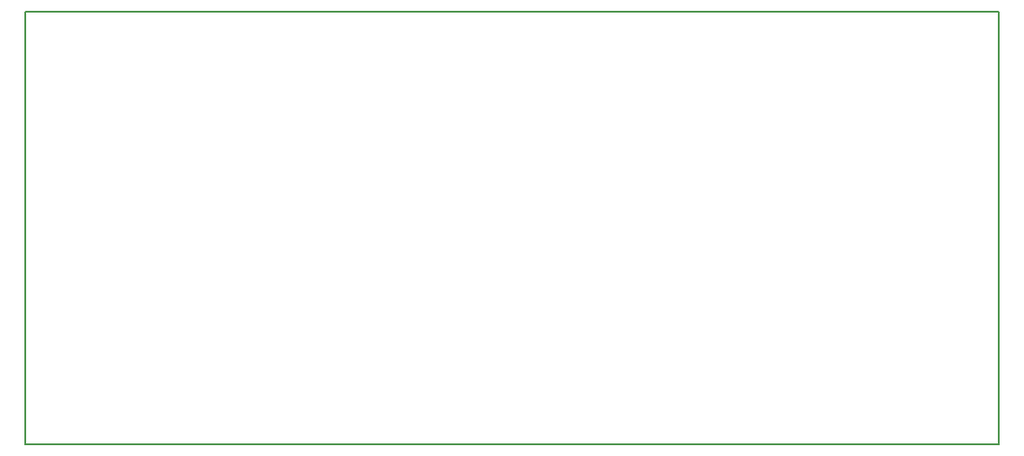
<source format=gbr>
G04 #@! TF.FileFunction,Profile,NP*
%FSLAX46Y46*%
G04 Gerber Fmt 4.6, Leading zero omitted, Abs format (unit mm)*
G04 Created by KiCad (PCBNEW 4.0.4-stable) date 12/14/16 08:45:42*
%MOMM*%
%LPD*%
G01*
G04 APERTURE LIST*
%ADD10C,0.100000*%
%ADD11C,0.150000*%
G04 APERTURE END LIST*
D10*
D11*
X190500000Y-119380000D02*
X190500000Y-78740000D01*
X190500000Y-119380000D02*
X99060000Y-119380000D01*
X99060000Y-78740000D02*
X99060000Y-119380000D01*
X99060000Y-78740000D02*
X190500000Y-78740000D01*
M02*

</source>
